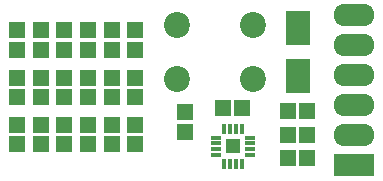
<source format=gts>
G04 #@! TF.FileFunction,Soldermask,Top*
%FSLAX46Y46*%
G04 Gerber Fmt 4.6, Leading zero omitted, Abs format (unit mm)*
G04 Created by KiCad (PCBNEW 4.0.7) date 03/28/18 22:17:57*
%MOMM*%
%LPD*%
G01*
G04 APERTURE LIST*
%ADD10C,0.100000*%
%ADD11R,1.350000X1.400000*%
%ADD12R,1.400000X1.350000*%
%ADD13R,2.100000X2.900000*%
%ADD14R,3.448000X1.924000*%
%ADD15O,3.448000X1.924000*%
%ADD16O,0.900000X0.400000*%
%ADD17O,0.400000X0.900000*%
%ADD18R,1.300000X1.300000*%
%ADD19C,2.200000*%
G04 APERTURE END LIST*
D10*
D11*
X152000000Y-91675000D03*
X152000000Y-93325000D03*
D12*
X166575000Y-90500000D03*
X164925000Y-90500000D03*
X161075000Y-90250000D03*
X159425000Y-90250000D03*
D13*
X165750000Y-83500000D03*
X165750000Y-87500000D03*
D11*
X142000000Y-85325000D03*
X142000000Y-83675000D03*
X146000000Y-85325000D03*
X146000000Y-83675000D03*
X150000000Y-85325000D03*
X150000000Y-83675000D03*
X142000000Y-89325000D03*
X142000000Y-87675000D03*
X146000000Y-89325000D03*
X146000000Y-87675000D03*
X150000000Y-89325000D03*
X150000000Y-87675000D03*
X142000000Y-93325000D03*
X142000000Y-91675000D03*
X146000000Y-93325000D03*
X146000000Y-91675000D03*
X150000000Y-93325000D03*
X150000000Y-91675000D03*
D14*
X170500000Y-95100000D03*
D15*
X170500000Y-92560000D03*
X170500000Y-90020000D03*
X170500000Y-87480000D03*
X170500000Y-84940000D03*
X170500000Y-82400000D03*
D12*
X164925000Y-94500000D03*
X166575000Y-94500000D03*
X166575000Y-92500000D03*
X164925000Y-92500000D03*
D11*
X144000000Y-83675000D03*
X144000000Y-85325000D03*
X148000000Y-83675000D03*
X148000000Y-85325000D03*
X152000000Y-83675000D03*
X152000000Y-85325000D03*
X144000000Y-87675000D03*
X144000000Y-89325000D03*
X148000000Y-87675000D03*
X148000000Y-89325000D03*
X152000000Y-87675000D03*
X152000000Y-89325000D03*
X144000000Y-91675000D03*
X144000000Y-93325000D03*
X148000000Y-91675000D03*
X148000000Y-93325000D03*
D16*
X158800000Y-92750000D03*
X158800000Y-93250000D03*
X158800000Y-93750000D03*
X158800000Y-94250000D03*
X161700000Y-94250000D03*
X161700000Y-93750000D03*
X161700000Y-93250000D03*
X161700000Y-92750000D03*
D17*
X159500000Y-92050000D03*
X160000000Y-92050000D03*
X160500000Y-92050000D03*
X161000000Y-92050000D03*
X159500000Y-94950000D03*
X160000000Y-94950000D03*
X160500000Y-94950000D03*
X161000000Y-94950000D03*
D18*
X160250000Y-93500000D03*
D11*
X156250000Y-92250000D03*
X156250000Y-90600000D03*
D19*
X155500000Y-83250000D03*
X162000000Y-83250000D03*
X155500000Y-87750000D03*
X162000000Y-87750000D03*
M02*

</source>
